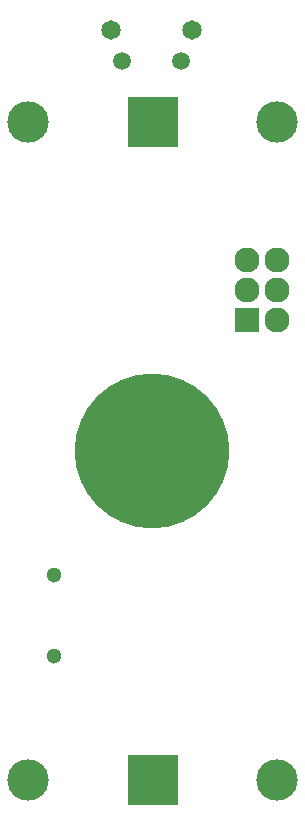
<source format=gbs>
G04 #@! TF.GenerationSoftware,KiCad,Pcbnew,(2017-01-24 revision 0b6147e)-makepkg*
G04 #@! TF.CreationDate,2017-06-09T09:58:06-07:00*
G04 #@! TF.ProjectId,POVSpinner,504F565370696E6E65722E6B69636164,rev?*
G04 #@! TF.FileFunction,Soldermask,Bot*
G04 #@! TF.FilePolarity,Negative*
%FSLAX46Y46*%
G04 Gerber Fmt 4.6, Leading zero omitted, Abs format (unit mm)*
G04 Created by KiCad (PCBNEW (2017-01-24 revision 0b6147e)-makepkg) date 06/09/17 09:58:06*
%MOMM*%
%LPD*%
G01*
G04 APERTURE LIST*
%ADD10C,0.100000*%
%ADD11R,4.360000X4.360000*%
%ADD12C,3.500000*%
%ADD13R,2.127200X2.127200*%
%ADD14O,2.127200X2.127200*%
%ADD15C,1.300000*%
%ADD16C,1.504000*%
%ADD17C,1.650006*%
%ADD18C,13.100000*%
G04 APERTURE END LIST*
D10*
D11*
X124600000Y-58200000D03*
D12*
X135155000Y-58200000D03*
X114045000Y-58200000D03*
X135155000Y-113900000D03*
X114045000Y-113900000D03*
D11*
X124600000Y-113900000D03*
D13*
X132570000Y-75020000D03*
D14*
X135110000Y-75020000D03*
X132570000Y-72480000D03*
X135110000Y-72480000D03*
X132570000Y-69940001D03*
X135110000Y-69940000D03*
D15*
X116242740Y-96593020D03*
X116242740Y-103393020D03*
D16*
X127002060Y-53070000D03*
X122002060Y-53070000D03*
D17*
X121070000Y-50400000D03*
X127930000Y-50400000D03*
D18*
X124550000Y-86080000D03*
M02*

</source>
